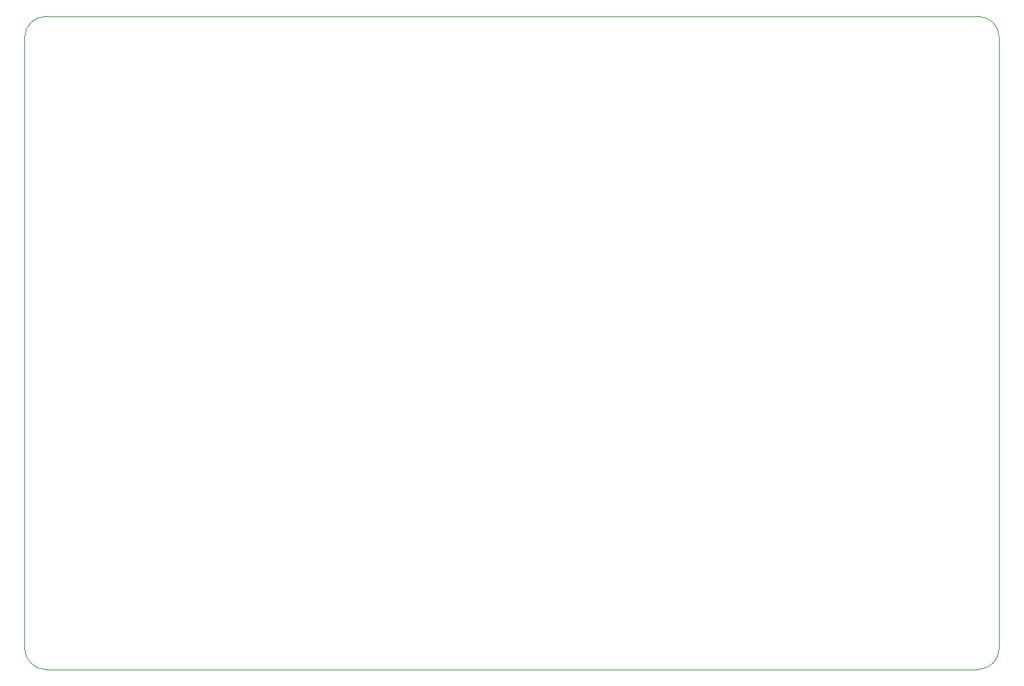
<source format=gbr>
G04 #@! TF.GenerationSoftware,KiCad,Pcbnew,(5.1.5)-3*
G04 #@! TF.CreationDate,2020-09-13T20:53:21+03:00*
G04 #@! TF.ProjectId,taro,7461726f-2e6b-4696-9361-645f70636258,rev?*
G04 #@! TF.SameCoordinates,Original*
G04 #@! TF.FileFunction,Profile,NP*
%FSLAX46Y46*%
G04 Gerber Fmt 4.6, Leading zero omitted, Abs format (unit mm)*
G04 Created by KiCad (PCBNEW (5.1.5)-3) date 2020-09-13 20:53:21*
%MOMM*%
%LPD*%
G04 APERTURE LIST*
G04 #@! TA.AperFunction,Profile*
%ADD10C,0.050000*%
G04 #@! TD*
G04 APERTURE END LIST*
D10*
X46355000Y-140335000D02*
X156845000Y-140335000D01*
X43815000Y-65405000D02*
X43815000Y-137795000D01*
X156845000Y-62865000D02*
X46355000Y-62865000D01*
X159385000Y-137795000D02*
X159385000Y-65405000D01*
X159385000Y-137795000D02*
G75*
G02X156845000Y-140335000I-2540000J0D01*
G01*
X46355000Y-140335000D02*
G75*
G02X43815000Y-137795000I0J2540000D01*
G01*
X43815000Y-65405000D02*
G75*
G02X46355000Y-62865000I2540000J0D01*
G01*
X156845000Y-62865000D02*
G75*
G02X159385000Y-65405000I0J-2540000D01*
G01*
M02*

</source>
